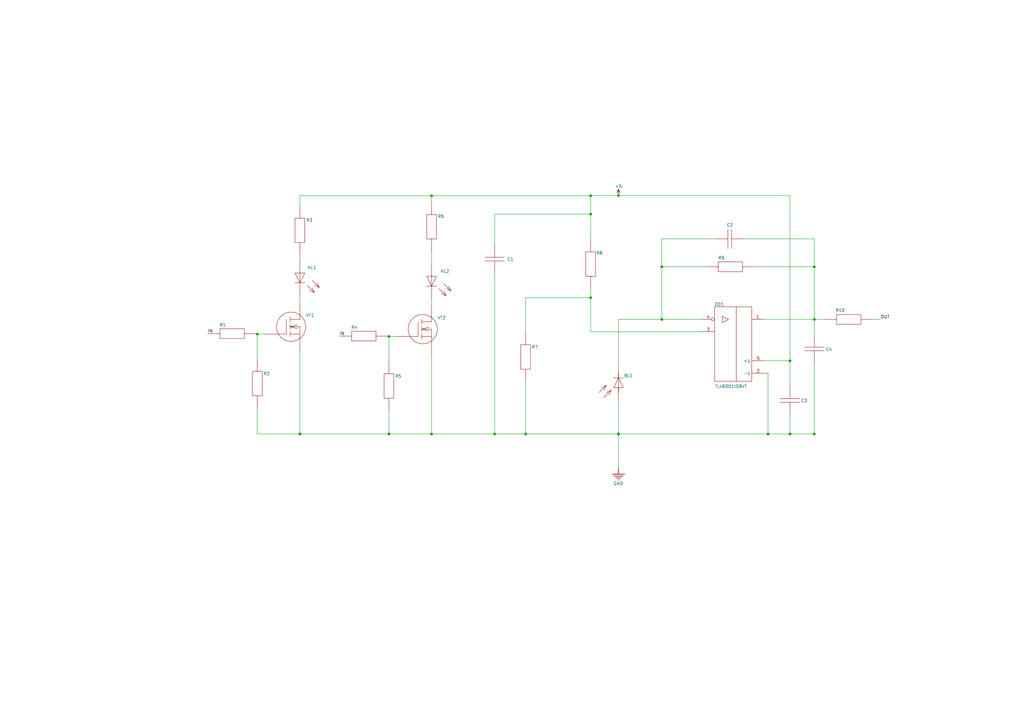
<source format=kicad_sch>
(kicad_sch (version 20250114) (generator "eeschema") (generator_version "9.0")
  (paper "A3")
  (lib_symbols
    (symbol "ECAD_main-altium-import:+5_GOST_ARROW" (power)
      (property "Value" "+5" (at 0 -3.81 0))
      (symbol "+5_GOST_ARROW_0_0"
        (polyline (pts (xy -0.635 -1.27) (xy 0 -2.54) (xy 0.635 -1.27)) (stroke (width 0.254)))
        (polyline (pts (xy 0 0) (xy 0 -2.54)) (stroke (width 0.254)))
        (pin power_in line (at 0 0 0) (length 0) (hide yes) (name "+5") (number ""))
      )
    )
    (symbol "ECAD_main-altium-import:GND_POWER_GROUND" (power)
      (property "Value" "GND" (at 0 -6.35 0))
      (symbol "GND_POWER_GROUND_0_0"
        (polyline (pts (xy -2.54 -2.54) (xy 2.54 -2.54)) (stroke (width 0.254)))
        (polyline (pts (xy -1.778 -3.302) (xy 1.778 -3.302)) (stroke (width 0.254)))
        (polyline (pts (xy -1.016 -4.064) (xy 1.016 -4.064)) (stroke (width 0.254)))
        (polyline (pts (xy -0.254 -4.826) (xy 0.254 -4.826)) (stroke (width 0.254)))
        (polyline (pts (xy 0 0) (xy 0 -2.54)) (stroke (width 0.254)))
        (pin power_in line (at 0 0 0) (length 0) (hide yes) (name "GND") (number ""))
      )
    )
    (symbol "GOST_lib:root_0_IRLML6244TRPBF_GOST_lib.SchLib" (pin_numbers (hide yes)) (pin_names (hide yes))
      (symbol "root_0_IRLML6244TRPBF_GOST_lib.SchLib_1_0"
        (polyline (pts (xy 5.004 0) (xy 8.458 0)))
        (polyline (pts (xy 8.458 0) (xy 8.458 5.994)))
        (polyline (pts (xy 9.982 7.01) (xy 9.982 4.978)))
        (polyline (pts (xy 9.982 5.994) (xy 13.995 5.994)))
        (polyline (pts (xy 9.982 4.013) (xy 9.982 1.981)))
        (polyline (pts (xy 9.982 2.997) (xy 12.979 3.81)))
        (polyline (pts (xy 9.982 2.997) (xy 12.979 2.184)))
        (polyline (pts (xy 9.982 2.997) (xy 13.995 2.997)))
        (polyline (pts (xy 9.982 1.016) (xy 9.982 -1.016)))
        (polyline (pts (xy 9.982 0) (xy 13.995 0)))
        (circle (center 10.389 2.997) (radius 5.994))
        (polyline (pts (xy 13.995 8.001) (xy 13.995 5.994)))
        (polyline (pts (xy 13.995 -2.007) (xy 13.995 2.997)))
        (pin passive line (at 0 0 0) (length 5.004) (name "G") (number "1"))
        (pin passive line (at 13.995 13.005 270) (length 5.004) (name "D") (number "3"))
        (pin passive line (at 13.995 -7.011 90) (length 5.004) (name "S") (number "2"))
      )
    )
    (symbol "GOST_lib:root_0_Resistor_GOST_lib.SchLib" (pin_numbers (hide yes)) (pin_names (hide yes))
      (symbol "root_0_Resistor_GOST_lib.SchLib_1_0"
        (rectangle (start 15.011 2.007) (end 5.004 -2.007))
        (pin passive line (at 0 0 0) (length 5.004) (name "1") (number "1"))
        (pin passive line (at 19.99 0 180) (length 5.004) (name "2") (number "2"))
      )
    )
    (symbol "GOST_lib:root_0_TLV6001IDBVT_GOST_lib.SchLib"
      (symbol "root_0_TLV6001IDBVT_GOST_lib.SchLib_1_0"
        (polyline (pts (xy 10.795 3.759) (xy 10.795 1.219) (xy 13.335 2.489) (xy 10.795 3.759)))
        (polyline (pts (xy 16.51 7.569) (xy 16.51 -22.911)))
        (rectangle (start 22.86 7.62) (end 7.62 -22.86))
        (pin input inverted (at 2.489 2.489 0) (length 5.004) (name "4") (number "4"))
        (pin input line (at 2.489 -2.591 0) (length 5.004) (name "3") (number "3"))
        (pin output line (at 27.864 2.489 180) (length 5.004) (name "1") (number "1"))
        (pin power_in line (at 27.991 -14.504 180) (length 5.004) (name "+U") (number "5"))
        (pin power_in line (at 27.991 -19.584 180) (length 5.004) (name "-U") (number "2"))
      )
    )
    (symbol "GOST_lib:root_1_Capacitor_GOST_lib.SchLib" (pin_numbers (hide yes)) (pin_names (hide yes))
      (symbol "root_1_Capacitor_GOST_lib.SchLib_1_0"
        (polyline (pts (xy 0 1.498) (xy -3.988 1.498)))
        (polyline (pts (xy 0 1.498) (xy 3.988 1.498)))
        (polyline (pts (xy 0 0) (xy -3.988 0)))
        (polyline (pts (xy 0 0) (xy 0 0)))
        (polyline (pts (xy 0 0) (xy 3.988 0)))
        (pin passive line (at 0 6.502 270) (length 5.004) (name "2") (number "2"))
        (pin passive line (at 0 -5.004 90) (length 5.004) (name "1") (number "1"))
      )
    )
    (symbol "GOST_lib:root_1_Photodiode_GOST_lib.SchLib" (pin_numbers (hide yes)) (pin_names (hide yes))
      (symbol "root_1_Photodiode_GOST_lib.SchLib_1_0"
        (polyline (pts (xy -8.001 -3.505) (xy -5.004 -0.508)))
        (polyline (pts (xy -5.994 -5.511) (xy -2.997 -2.489)))
        (polyline (pts (xy -5.004 -0.508) (xy -7.01 -1.498) (xy -5.004 -0.508) (xy -5.994 -2.489)))
        (polyline (pts (xy -2.997 -2.489) (xy -5.004 -3.505) (xy -2.997 -2.489) (xy -3.988 -4.495)))
        (polyline (pts (xy -2.007 2.49) (xy 2.007 2.49)))
        (polyline (pts (xy -2.007 -1.498) (xy 0 2.49) (xy 2.007 -1.498) (xy -2.007 -1.498)))
        (polyline (pts (xy 0 -1.498) (xy 0 -3.505) (xy 0 4.496)))
        (pin passive line (at 0 7.468 270) (length 5.004) (name "2") (number "2"))
        (pin passive line (at 0 -6.502 90) (length 5.004) (name "1") (number "1"))
      )
    )
    (symbol "GOST_lib:root_1_Resistor_GOST_lib.SchLib" (pin_numbers (hide yes)) (pin_names (hide yes))
      (symbol "root_1_Resistor_GOST_lib.SchLib_1_0"
        (rectangle (start 2.007 15.011) (end -2.007 5.004))
        (pin passive line (at 0 19.99 270) (length 5.004) (name "2") (number "2"))
        (pin passive line (at 0 0 90) (length 5.004) (name "1") (number "1"))
      )
    )
    (symbol "GOST_lib:root_2_Capacitor_GOST_lib.SchLib" (pin_numbers (hide yes)) (pin_names (hide yes))
      (symbol "root_2_Capacitor_GOST_lib.SchLib_1_0"
        (polyline (pts (xy -1.498 0) (xy -1.498 3.988)))
        (polyline (pts (xy -1.498 0) (xy -1.498 -3.988)))
        (polyline (pts (xy 0 0) (xy 0 3.988)))
        (polyline (pts (xy 0 0) (xy 0 0)))
        (polyline (pts (xy 0 0) (xy 0 -3.988)))
        (pin passive line (at -6.502 0 0) (length 5.004) (name "2") (number "2"))
        (pin passive line (at 5.004 0 180) (length 5.004) (name "1") (number "1"))
      )
    )
    (symbol "GOST_lib:root_2_Resistor_GOST_lib.SchLib" (pin_numbers (hide yes)) (pin_names (hide yes))
      (symbol "root_2_Resistor_GOST_lib.SchLib_1_0"
        (rectangle (start -5.004 2.007) (end -15.011 -2.007))
        (pin passive line (at -19.99 0 0) (length 5.004) (name "2") (number "2"))
        (pin passive line (at 0 0 180) (length 5.004) (name "1") (number "1"))
      )
    )
    (symbol "GOST_lib:root_3_LED_GOST_lib.SchLib" (pin_numbers (hide yes)) (pin_names (hide yes))
      (symbol "root_3_LED_GOST_lib.SchLib_1_0"
        (polyline (pts (xy 0 2.007) (xy 0 2.007)))
        (polyline (pts (xy 0 -2.006) (xy 0 2.007)))
        (polyline (pts (xy 2.007 2.007) (xy 0 -2.006) (xy -2.007 2.007) (xy 2.007 2.007)))
        (polyline (pts (xy 2.007 -2.006) (xy -2.007 -2.006)))
        (polyline (pts (xy 2.997 -2.997) (xy 5.994 -5.994)))
        (polyline (pts (xy 5.004 -0.99) (xy 8.001 -3.987)))
        (polyline (pts (xy 5.994 -5.994) (xy 5.004 -3.987) (xy 5.994 -5.994) (xy 3.988 -5.003)))
        (polyline (pts (xy 8.001 -3.987) (xy 7.01 -2.006) (xy 8.001 -3.987) (xy 5.994 -2.997)))
        (pin passive line (at 0 7.011 270) (length 5.004) (name "1") (number "1"))
        (pin passive line (at 0 -7.01 90) (length 5.004) (name "2") (number "2"))
      )
    )
    (symbol "GOST_lib:root_3_Resistor_GOST_lib.SchLib" (pin_numbers (hide yes)) (pin_names (hide yes))
      (symbol "root_3_Resistor_GOST_lib.SchLib_1_0"
        (rectangle (start 2.007 -5.004) (end -2.007 -15.011))
        (pin passive line (at 0 0 270) (length 5.004) (name "1") (number "1"))
        (pin passive line (at 0 -19.99 90) (length 5.004) (name "2") (number "2"))
      )
    )
  )
  (junction (at 324 178))
  (junction (at 105.532 137.005))
  (junction (at 253.67 177.99))
  (junction (at 242.24 80.28))
  (junction (at 334 178))
  (junction (at 334 131.02))
  (junction (at 271.45 131))
  (junction (at 242.24 87.82))
  (junction (at 253.67 80.2))
  (junction (at 159.527 138))
  (junction (at 123 178))
  (junction (at 253.67 178))
  (junction (at 334 109.43))
  (junction (at 177 178))
  (junction (at 242.24 122.11))
  (junction (at 315 178))
  (junction (at 202.87 177.99))
  (junction (at 159.527 178))
  (junction (at 177 80.28))
  (junction (at 215.57 177.99))
  (junction (at 271.45 109.41))
  (junction (at 324 147.993))
  (wire (pts (xy 253.67 80.2) (xy 242.24 80.2)))
  (wire (pts (xy 159.527 168.32) (xy 159.527 178)))
  (wire (pts (xy 177 108.349) (xy 177 102.99)))
  (wire (pts (xy 105.532 167.325) (xy 105.532 178)))
  (wire (pts (xy 271.45 131) (xy 271.45 109.41)))
  (wire (pts (xy 309.55 109.43) (xy 309.55 109.41)))
  (wire (pts (xy 253.67 177.99) (xy 253.67 164.02)))
  (wire (pts (xy 329 98) (xy 329 97.98)))
  (wire (pts (xy 177 80.28) (xy 123 80.28)))
  (wire (pts (xy 324 147.993) (xy 324 158.494)))
  (wire (pts (xy 253.67 178) (xy 253.67 177.99)))
  (wire (pts (xy 334 131.02) (xy 338.14 131.02)))
  (wire (pts (xy 123 124) (xy 123 121)))
  (wire (pts (xy 177 80.28) (xy 177 83)))
  (wire (pts (xy 242.24 87.82) (xy 202.87 87.82)))
  (wire (pts (xy 287.96 136.08) (xy 242.24 136.08)))
  (wire (pts (xy 202.87 178) (xy 202.87 177.99)))
  (wire (pts (xy 242.24 122.11) (xy 242.24 118.3)))
  (wire (pts (xy 159.527 138) (xy 159.527 148.33)))
  (wire (pts (xy 242.24 136.08) (xy 242.24 122.11)))
  (wire (pts (xy 215.57 122.11) (xy 215.57 136.41)))
  (wire (pts (xy 321 80.207) (xy 321 80.2)))
  (wire (pts (xy 324 80.207) (xy 321 80.207)))
  (wire (pts (xy 123 144.016) (xy 123 178)))
  (wire (pts (xy 315 153.073) (xy 315 178)))
  (wire (pts (xy 271.45 97.98) (xy 271.45 109.41)))
  (wire (pts (xy 253.67 177.99) (xy 215.57 177.99)))
  (wire (pts (xy 334 148.876) (xy 334 178)))
  (wire (pts (xy 329 98) (xy 334 98)))
  (wire (pts (xy 177 145.011) (xy 177 178)))
  (wire (pts (xy 358.13 131.02) (xy 361.13 131.02)))
  (wire (pts (xy 324 178) (xy 334 178)))
  (wire (pts (xy 202.87 177.99) (xy 215.57 177.99)))
  (wire (pts (xy 293.548 97.98) (xy 271.45 97.98)))
  (wire (pts (xy 202.87 87.82) (xy 202.87 100.52)))
  (wire (pts (xy 177 145.011) (xy 176.995 145.011)))
  (wire (pts (xy 123 104.49) (xy 123 106.979)))
  (wire (pts (xy 159.527 138) (xy 163 138)))
  (wire (pts (xy 123 80.28) (xy 123 84.5)))
  (wire (pts (xy 324 170) (xy 324 178)))
  (wire (pts (xy 313.462 147.993) (xy 324 147.993)))
  (wire (pts (xy 105.532 137.005) (xy 105.532 147.335)))
  (wire (pts (xy 334 109.43) (xy 309.55 109.43)))
  (wire (pts (xy 321 80.2) (xy 253.67 80.2)))
  (wire (pts (xy 105.202 136.845) (xy 105.532 136.845)))
  (wire (pts (xy 253.67 191.96) (xy 253.67 178)))
  (wire (pts (xy 334 131.02) (xy 313.335 131.02)))
  (wire (pts (xy 176.995 124.995) (xy 177 124.995)))
  (wire (pts (xy 253.67 150.05) (xy 253.67 131)))
  (wire (pts (xy 334 178) (xy 334 178.01)))
  (wire (pts (xy 334 131.02) (xy 334 109.43)))
  (wire (pts (xy 324 147.993) (xy 324 80.207)))
  (wire (pts (xy 315 153.073) (xy 313.462 153.073)))
  (wire (pts (xy 329 97.98) (xy 305.054 97.98)))
  (wire (pts (xy 271.45 109.41) (xy 289.56 109.41)))
  (wire (pts (xy 313.335 131.02) (xy 313.335 131)))
  (wire (pts (xy 253.67 131) (xy 271.45 131)))
  (wire (pts (xy 105.532 137.005) (xy 109.005 137.005)))
  (wire (pts (xy 242.24 122.11) (xy 215.57 122.11)))
  (wire (pts (xy 334 98) (xy 334 109.43)))
  (wire (pts (xy 105.532 136.845) (xy 105.532 137.005)))
  (wire (pts (xy 287.96 131) (xy 271.45 131)))
  (wire (pts (xy 242.24 87.82) (xy 242.24 80.28)))
  (wire (pts (xy 177 178) (xy 202.87 178)))
  (wire (pts (xy 242.24 98.31) (xy 242.24 87.82)))
  (wire (pts (xy 105.532 178) (xy 123 178)))
  (wire (pts (xy 242.24 80.28) (xy 242.24 80.2)))
  (wire (pts (xy 177 124.995) (xy 177 122.37)))
  (wire (pts (xy 159.527 137.84) (xy 159.527 138)))
  (wire (pts (xy 123 178) (xy 159.527 178)))
  (wire (pts (xy 315 178) (xy 253.67 178)))
  (wire (pts (xy 315 178) (xy 324 178)))
  (wire (pts (xy 215.57 177.99) (xy 215.57 156.4)))
  (wire (pts (xy 159.197 137.84) (xy 159.527 137.84)))
  (wire (pts (xy 334 137.37) (xy 334 131.02)))
  (wire (pts (xy 242.24 80.28) (xy 177 80.28)))
  (wire (pts (xy 159.527 178) (xy 177 178)))
  (wire (pts (xy 202.87 112.026) (xy 202.87 177.99)))
  (label "IN" (at 85.212 136.845 0))
  (label "IN" (at 139.207 137.84 0))
  (label "OUT" (at 361.13 131.02 0))
  (symbol (lib_id "GOST_lib:root_3_LED_GOST_lib.SchLib") (at 123 113.99 0) (unit 1)
    (property "Reference" "HL1" (at 126 110.5 0) (effects (justify left bottom)))
    (property "Value" "LED" (effects (hide yes)))
    (property "Footprint" "VSMY2850RG" (effects (hide yes)))
    (property "FOOTPRINT" "ECAD_lib:LED_VSMY2850RG" (effects (hide yes)))
    (property "ALTIUM_VALUE" "LED" (effects (hide yes)))
    (property "REFERENCE" "HL" (effects (hide yes)))
  )
  (symbol (lib_id "GOST_lib:root_2_Capacitor_GOST_lib.SchLib") (at 300.05 97.98 0) (unit 1)
    (property "Reference" "C2" (at 298 93 0) (effects (justify left bottom)))
    (property "Value" "Capacitor" (effects (hide yes)))
    (property "Footprint" "C1206" (effects (hide yes)))
    (property "ALTIUM_VALUE" "Capacitor" (effects (hide yes)))
    (property "REFERENCE" "C" (effects (hide yes)))
  )
  (symbol (lib_id "ECAD_main-altium-import:GND_POWER_GROUND") (at 253.67 191.96 0) (unit 1)
    (property "Reference" "#PWR0102" (effects (hide yes)))
    (property "Value" "GND" (at 253.67 198.31 0))
  )
  (symbol (lib_id "GOST_lib:root_1_Capacitor_GOST_lib.SchLib") (at 324 164.996 0) (unit 1)
    (property "Reference" "C3" (at 328.5 165.047 0) (effects (justify left bottom)))
    (property "Value" "Capacitor" (effects (hide yes)))
    (property "Footprint" "C1206" (effects (hide yes)))
    (property "ALTIUM_VALUE" "Capacitor" (effects (hide yes)))
    (property "REFERENCE" "C" (effects (hide yes)))
  )
  (symbol (lib_id "GOST_lib:root_1_Resistor_GOST_lib.SchLib") (at 105.532 167.325 0) (unit 1)
    (property "Reference" "R2" (at 108 154 0) (effects (justify left bottom)))
    (property "Value" "Resistor" (effects (hide yes)))
    (property "Footprint" "R0603" (effects (hide yes)))
    (property "FOOTPRINT" "ECAD_lib:RES_0603" (effects (hide yes)))
    (property "ALTIUM_VALUE" "Resistor" (effects (hide yes)))
    (property "REFERENCE" "R" (effects (hide yes)))
  )
  (symbol (lib_id "GOST_lib:root_3_Resistor_GOST_lib.SchLib") (at 177 83 0) (unit 1)
    (property "Reference" "R6" (at 179.53 89.45 0) (effects (justify left bottom)))
    (property "Value" "Resistor" (effects (hide yes)))
    (property "Footprint" "R0603" (effects (hide yes)))
    (property "FOOTPRINT" "ECAD_lib:RES_0603" (effects (hide yes)))
    (property "ALTIUM_VALUE" "Resistor" (effects (hide yes)))
    (property "REFERENCE" "R" (effects (hide yes)))
  )
  (symbol (lib_id "GOST_lib:root_0_Resistor_GOST_lib.SchLib") (at 85.212 136.845 0) (unit 1)
    (property "Reference" "R1" (at 90 134 0) (effects (justify left bottom)))
    (property "Value" "Resistor" (effects (hide yes)))
    (property "Footprint" "R0603" (effects (hide yes)))
    (property "FOOTPRINT" "ECAD_lib:RES_0603" (effects (hide yes)))
    (property "ALTIUM_VALUE" "Resistor" (effects (hide yes)))
    (property "REFERENCE" "R" (effects (hide yes)))
  )
  (symbol (lib_id "GOST_lib:root_0_IRLML6244TRPBF_GOST_lib.SchLib") (at 109.005 137.005 0) (unit 1)
    (property "Reference" "VT1" (at 125.388 130.045 0) (effects (justify left bottom)))
    (property "Value" "IRLML6244TRPBF" (effects (hide yes)))
    (property "Footprint" "IRLML" (effects (hide yes)))
    (property "ALTIUM_VALUE" "IRLML6244TRPBF" (effects (hide yes)))
    (property "FOOTPRINT" "ECAD_lib:IRLML6244TRPBF" (effects (hide yes)))
    (property "REFERENCE" "VT" (effects (hide yes)))
  )
  (symbol (lib_id "GOST_lib:root_1_Photodiode_GOST_lib.SchLib") (at 253.67 157.518 0) (unit 1)
    (property "Reference" "BL1" (at 255.931 154.8 0) (effects (justify left bottom)))
    (property "Value" "Photodiode" (effects (hide yes)))
    (property "Footprint" "BPW34" (effects (hide yes)))
    (property "FOOTPRINT" "ECAD_lib:DIO_BPW34" (effects (hide yes)))
    (property "ALTIUM_VALUE" "Photodiode" (effects (hide yes)))
    (property "REFERENCE" "BL" (effects (hide yes)))
  )
  (symbol (lib_id "GOST_lib:root_1_Resistor_GOST_lib.SchLib") (at 123 104.49 0) (unit 1)
    (property "Reference" "R3" (at 125.5 91 0) (effects (justify left bottom)))
    (property "Value" "Resistor" (effects (hide yes)))
    (property "Footprint" "R0603" (effects (hide yes)))
    (property "FOOTPRINT" "ECAD_lib:RES_0603" (effects (hide yes)))
    (property "ALTIUM_VALUE" "Resistor" (effects (hide yes)))
    (property "REFERENCE" "R" (effects (hide yes)))
  )
  (symbol (lib_id "GOST_lib:root_1_Capacitor_GOST_lib.SchLib") (at 202.87 107.022 0) (unit 1)
    (property "Reference" "C1" (at 208 107 0) (effects (justify left bottom)))
    (property "Value" "Capacitor" (effects (hide yes)))
    (property "Footprint" "C1206" (effects (hide yes)))
    (property "ALTIUM_VALUE" "Capacitor" (effects (hide yes)))
    (property "REFERENCE" "C" (effects (hide yes)))
  )
  (symbol (lib_id "GOST_lib:root_2_Resistor_GOST_lib.SchLib") (at 309.55 109.41 0) (unit 1)
    (property "Reference" "R9" (at 294.5 106.5 0) (effects (justify left bottom)))
    (property "Value" "Resistor" (effects (hide yes)))
    (property "Footprint" "R0603" (effects (hide yes)))
    (property "FOOTPRINT" "ECAD_lib:RES_0603" (effects (hide yes)))
    (property "ALTIUM_VALUE" "Resistor" (effects (hide yes)))
    (property "REFERENCE" "R" (effects (hide yes)))
  )
  (symbol (lib_id "GOST_lib:root_1_Resistor_GOST_lib.SchLib") (at 215.57 156.4 0) (unit 1)
    (property "Reference" "R7" (at 218 143 0) (effects (justify left bottom)))
    (property "Value" "Resistor" (effects (hide yes)))
    (property "Footprint" "R0603" (effects (hide yes)))
    (property "FOOTPRINT" "ECAD_lib:RES_0603" (effects (hide yes)))
    (property "ALTIUM_VALUE" "Resistor" (effects (hide yes)))
    (property "REFERENCE" "R" (effects (hide yes)))
  )
  (symbol (lib_id "GOST_lib:root_0_IRLML6244TRPBF_GOST_lib.SchLib") (at 163 138 0) (unit 1)
    (property "Reference" "VT2" (at 179.383 131.04 0) (effects (justify left bottom)))
    (property "Value" "IRLML6244TRPBF" (effects (hide yes)))
    (property "Footprint" "IRLML" (effects (hide yes)))
    (property "ALTIUM_VALUE" "IRLML6244TRPBF" (effects (hide yes)))
    (property "FOOTPRINT" "ECAD_lib:IRLML6244TRPBF" (effects (hide yes)))
    (property "REFERENCE" "VT" (effects (hide yes)))
  )
  (symbol (lib_id "GOST_lib:root_1_Resistor_GOST_lib.SchLib") (at 242.24 118.3 0) (unit 1)
    (property "Reference" "R8" (at 244.5 104.5 0) (effects (justify left bottom)))
    (property "Value" "Resistor" (effects (hide yes)))
    (property "Footprint" "R0603" (effects (hide yes)))
    (property "FOOTPRINT" "ECAD_lib:RES_0603" (effects (hide yes)))
    (property "ALTIUM_VALUE" "Resistor" (effects (hide yes)))
    (property "REFERENCE" "R" (effects (hide yes)))
  )
  (symbol (lib_id "GOST_lib:root_3_LED_GOST_lib.SchLib") (at 177 115.36 0) (unit 1)
    (property "Reference" "HL2" (at 180.53 111.95 0) (effects (justify left bottom)))
    (property "Value" "LED" (effects (hide yes)))
    (property "Footprint" "VSMY2850RG" (effects (hide yes)))
    (property "FOOTPRINT" "ECAD_lib:LED_VSMY2850RG" (effects (hide yes)))
    (property "ALTIUM_VALUE" "LED" (effects (hide yes)))
    (property "REFERENCE" "HL" (effects (hide yes)))
  )
  (symbol (lib_id "GOST_lib:root_2_Resistor_GOST_lib.SchLib") (at 358.13 131.02 0) (unit 1)
    (property "Reference" "R10" (at 342.63 128.02 0) (effects (justify left bottom)))
    (property "Value" "Resistor" (effects (hide yes)))
    (property "Footprint" "R0603" (effects (hide yes)))
    (property "FOOTPRINT" "ECAD_lib:RES_0603" (effects (hide yes)))
    (property "ALTIUM_VALUE" "Resistor" (effects (hide yes)))
    (property "REFERENCE" "R" (effects (hide yes)))
  )
  (symbol (lib_id "ECAD_main-altium-import:+5_GOST_ARROW") (at 253.67 80.2 180) (unit 1)
    (property "Reference" "#PWR0101" (effects (hide yes)))
    (property "Value" "+5" (at 253.67 76.39 0))
  )
  (symbol (lib_id "GOST_lib:root_0_TLV6001IDBVT_GOST_lib.SchLib") (at 285.471 133.489 0) (unit 1)
    (property "Reference" "DD1" (at 293 125.5 0) (effects (justify left bottom)))
    (property "Value" "TLV6001IDBVT" (at 293.091 159.194 0) (effects (justify left bottom)))
    (property "Footprint" "TLV6001" (effects (hide yes)))
    (property "FOOTPRINT" "ECAD_lib:TLV6001IDBVT" (effects (hide yes)))
    (property "ALTIUM_VALUE" "TLV6001IDBVT" (effects (hide yes)))
    (property "REFERENCE" "DD" (effects (hide yes)))
  )
  (symbol (lib_id "GOST_lib:root_1_Resistor_GOST_lib.SchLib") (at 159.527 168.32 0) (unit 1)
    (property "Reference" "R5" (at 161.995 154.995 0) (effects (justify left bottom)))
    (property "Value" "Resistor" (effects (hide yes)))
    (property "Footprint" "R0603" (effects (hide yes)))
    (property "FOOTPRINT" "ECAD_lib:RES_0603" (effects (hide yes)))
    (property "ALTIUM_VALUE" "Resistor" (effects (hide yes)))
    (property "REFERENCE" "R" (effects (hide yes)))
  )
  (symbol (lib_id "GOST_lib:root_0_Resistor_GOST_lib.SchLib") (at 139.207 137.84 0) (unit 1)
    (property "Reference" "R4" (at 143.995 134.995 0) (effects (justify left bottom)))
    (property "Value" "Resistor" (effects (hide yes)))
    (property "Footprint" "R0603" (effects (hide yes)))
    (property "FOOTPRINT" "ECAD_lib:RES_0603" (effects (hide yes)))
    (property "ALTIUM_VALUE" "Resistor" (effects (hide yes)))
    (property "REFERENCE" "R" (effects (hide yes)))
  )
  (symbol (lib_id "GOST_lib:root_1_Capacitor_GOST_lib.SchLib") (at 334 143.872 0) (unit 1)
    (property "Reference" "C4" (at 338.63 144.02 0) (effects (justify left bottom)))
    (property "Value" "Capacitor" (effects (hide yes)))
    (property "Footprint" "C1206" (effects (hide yes)))
    (property "ALTIUM_VALUE" "Capacitor" (effects (hide yes)))
    (property "REFERENCE" "C" (effects (hide yes)))
  )
)
</source>
